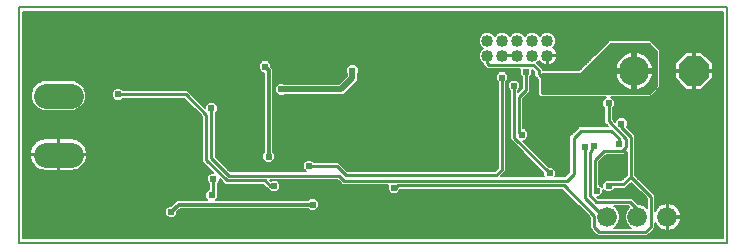
<source format=gbl>
G75*
%MOIN*%
%OFA0B0*%
%FSLAX25Y25*%
%IPPOS*%
%LPD*%
%AMOC8*
5,1,8,0,0,1.08239X$1,22.5*
%
%ADD10C,0.00600*%
%ADD11C,0.04000*%
%ADD12C,0.06600*%
%ADD13C,0.10000*%
%ADD14OC8,0.10000*%
%ADD15C,0.08268*%
%ADD16C,0.02400*%
%ADD17C,0.01000*%
%ADD18C,0.01200*%
%ADD19C,0.02000*%
D10*
X0035050Y0071300D02*
X0271270Y0071300D01*
X0271270Y0150040D01*
X0035050Y0150040D01*
X0035050Y0071300D01*
X0036650Y0072900D02*
X0036650Y0148440D01*
X0269670Y0148440D01*
X0269670Y0072900D01*
X0036650Y0072900D01*
X0036650Y0073096D02*
X0269670Y0073096D01*
X0269670Y0073694D02*
X0244611Y0073694D01*
X0244492Y0073575D02*
X0246330Y0075413D01*
X0247150Y0076233D01*
X0247150Y0078062D01*
X0247366Y0077639D01*
X0247791Y0077053D01*
X0248303Y0076541D01*
X0248889Y0076116D01*
X0249534Y0075787D01*
X0250223Y0075563D01*
X0250938Y0075450D01*
X0251000Y0075450D01*
X0251000Y0079750D01*
X0251600Y0079750D01*
X0251600Y0080350D01*
X0251000Y0080350D01*
X0251000Y0084650D01*
X0250938Y0084650D01*
X0250223Y0084537D01*
X0249534Y0084313D01*
X0248889Y0083984D01*
X0248303Y0083559D01*
X0247791Y0083047D01*
X0247366Y0082461D01*
X0247150Y0082038D01*
X0247150Y0087352D01*
X0240493Y0094010D01*
X0240493Y0107363D01*
X0237825Y0110030D01*
X0238037Y0110243D01*
X0238037Y0111982D01*
X0236807Y0113212D01*
X0235068Y0113212D01*
X0233837Y0111982D01*
X0233837Y0111755D01*
X0233062Y0112530D01*
X0233062Y0116280D01*
X0233762Y0116980D01*
X0233762Y0118720D01*
X0232582Y0119900D01*
X0245630Y0119900D01*
X0246450Y0120720D01*
X0248950Y0123220D01*
X0248950Y0135630D01*
X0248130Y0136450D01*
X0245630Y0138950D01*
X0231970Y0138950D01*
X0231150Y0138130D01*
X0221970Y0128950D01*
X0209787Y0128950D01*
X0209787Y0129442D01*
X0208967Y0130262D01*
X0207904Y0131326D01*
X0207943Y0131341D01*
X0208561Y0131960D01*
X0208737Y0131696D01*
X0209196Y0131237D01*
X0209737Y0130876D01*
X0210337Y0130627D01*
X0210975Y0130500D01*
X0211100Y0130500D01*
X0211100Y0133600D01*
X0211500Y0133600D01*
X0211500Y0134000D01*
X0214600Y0134000D01*
X0214600Y0134125D01*
X0214473Y0134763D01*
X0214224Y0135363D01*
X0213863Y0135904D01*
X0213404Y0136363D01*
X0213140Y0136539D01*
X0213758Y0137157D01*
X0214200Y0138223D01*
X0214200Y0139377D01*
X0213758Y0140443D01*
X0212943Y0141258D01*
X0211877Y0141700D01*
X0210723Y0141700D01*
X0209657Y0141258D01*
X0208841Y0140443D01*
X0208800Y0140342D01*
X0208758Y0140443D01*
X0207943Y0141258D01*
X0206877Y0141700D01*
X0205723Y0141700D01*
X0204657Y0141258D01*
X0203841Y0140443D01*
X0203800Y0140342D01*
X0203758Y0140443D01*
X0202943Y0141258D01*
X0201877Y0141700D01*
X0200723Y0141700D01*
X0199657Y0141258D01*
X0198841Y0140443D01*
X0198800Y0140342D01*
X0198758Y0140443D01*
X0197943Y0141258D01*
X0196877Y0141700D01*
X0195723Y0141700D01*
X0194657Y0141258D01*
X0193841Y0140443D01*
X0193800Y0140342D01*
X0193758Y0140443D01*
X0192943Y0141258D01*
X0191877Y0141700D01*
X0190723Y0141700D01*
X0189657Y0141258D01*
X0188841Y0140443D01*
X0188400Y0139377D01*
X0188400Y0138223D01*
X0188841Y0137157D01*
X0189657Y0136341D01*
X0189757Y0136300D01*
X0189657Y0136258D01*
X0188841Y0135443D01*
X0188400Y0134377D01*
X0188400Y0133223D01*
X0188841Y0132157D01*
X0189657Y0131341D01*
X0189900Y0131241D01*
X0189900Y0130683D01*
X0191283Y0129300D01*
X0202168Y0129300D01*
X0202000Y0129132D01*
X0202000Y0127393D01*
X0202700Y0126693D01*
X0202700Y0122908D01*
X0201590Y0121798D01*
X0201590Y0122170D01*
X0202290Y0122870D01*
X0202290Y0124610D01*
X0201060Y0125840D01*
X0199320Y0125840D01*
X0198090Y0124610D01*
X0198090Y0122870D01*
X0198790Y0122170D01*
X0198790Y0105867D01*
X0209962Y0094695D01*
X0209962Y0093705D01*
X0210143Y0093525D01*
X0195842Y0093525D01*
X0197537Y0095220D01*
X0197537Y0124855D01*
X0198237Y0125555D01*
X0198237Y0127295D01*
X0197007Y0128525D01*
X0195268Y0128525D01*
X0194037Y0127295D01*
X0194037Y0125555D01*
X0194737Y0124855D01*
X0194737Y0096380D01*
X0193720Y0095362D01*
X0144655Y0095362D01*
X0141592Y0098425D01*
X0133395Y0098425D01*
X0132695Y0099125D01*
X0130955Y0099125D01*
X0129725Y0097895D01*
X0129725Y0096155D01*
X0130680Y0095200D01*
X0105630Y0095200D01*
X0100698Y0100131D01*
X0100698Y0114730D01*
X0101398Y0115430D01*
X0101398Y0117170D01*
X0100168Y0118400D01*
X0098429Y0118400D01*
X0097198Y0117170D01*
X0097198Y0116481D01*
X0092187Y0121492D01*
X0091367Y0122312D01*
X0069695Y0122312D01*
X0068995Y0123012D01*
X0067255Y0123012D01*
X0066025Y0121782D01*
X0066025Y0120043D01*
X0067255Y0118812D01*
X0068995Y0118812D01*
X0069695Y0119512D01*
X0090208Y0119512D01*
X0096125Y0113595D01*
X0096125Y0098482D01*
X0096945Y0097662D01*
X0099770Y0094837D01*
X0099105Y0094837D01*
X0097875Y0093607D01*
X0097875Y0091868D01*
X0098575Y0091168D01*
X0098575Y0089325D01*
X0098493Y0089325D01*
X0097262Y0088095D01*
X0097262Y0086355D01*
X0097955Y0085662D01*
X0087716Y0085662D01*
X0085866Y0083812D01*
X0085018Y0083812D01*
X0083788Y0082582D01*
X0083788Y0080843D01*
X0085018Y0079613D01*
X0086757Y0079613D01*
X0087987Y0080843D01*
X0087987Y0081691D01*
X0088959Y0082663D01*
X0131580Y0082663D01*
X0132180Y0082063D01*
X0133920Y0082063D01*
X0135150Y0083293D01*
X0135150Y0085032D01*
X0133920Y0086262D01*
X0132180Y0086262D01*
X0131580Y0085662D01*
X0100770Y0085662D01*
X0101462Y0086355D01*
X0101462Y0088095D01*
X0101375Y0088182D01*
X0101375Y0091168D01*
X0102075Y0091868D01*
X0102075Y0092532D01*
X0103807Y0090800D01*
X0116470Y0090800D01*
X0118383Y0088887D01*
X0118618Y0088887D01*
X0119318Y0088187D01*
X0121057Y0088187D01*
X0122287Y0089418D01*
X0122287Y0091157D01*
X0121057Y0092387D01*
X0119318Y0092387D01*
X0119080Y0092150D01*
X0118830Y0092400D01*
X0141208Y0092400D01*
X0142063Y0091545D01*
X0142883Y0090725D01*
X0158111Y0090725D01*
X0158081Y0090695D01*
X0158081Y0088955D01*
X0159311Y0087725D01*
X0161051Y0087725D01*
X0162281Y0088955D01*
X0162281Y0089125D01*
X0216145Y0089125D01*
X0225362Y0079908D01*
X0225362Y0076233D01*
X0227200Y0074395D01*
X0228020Y0073575D01*
X0244492Y0073575D01*
X0245210Y0074293D02*
X0269670Y0074293D01*
X0269670Y0074891D02*
X0245808Y0074891D01*
X0246407Y0075490D02*
X0250688Y0075490D01*
X0251000Y0075490D02*
X0251600Y0075490D01*
X0251600Y0075450D02*
X0251662Y0075450D01*
X0252377Y0075563D01*
X0253066Y0075787D01*
X0253711Y0076116D01*
X0254297Y0076541D01*
X0254809Y0077053D01*
X0255234Y0077639D01*
X0255563Y0078284D01*
X0255787Y0078973D01*
X0255900Y0079688D01*
X0255900Y0079750D01*
X0251600Y0079750D01*
X0251600Y0075450D01*
X0251912Y0075490D02*
X0269670Y0075490D01*
X0269670Y0076088D02*
X0253657Y0076088D01*
X0254442Y0076687D02*
X0269670Y0076687D01*
X0269670Y0077285D02*
X0254977Y0077285D01*
X0255359Y0077884D02*
X0269670Y0077884D01*
X0269670Y0078482D02*
X0255627Y0078482D01*
X0255804Y0079081D02*
X0269670Y0079081D01*
X0269670Y0079679D02*
X0255899Y0079679D01*
X0255900Y0080350D02*
X0251600Y0080350D01*
X0251600Y0084650D01*
X0251662Y0084650D01*
X0252377Y0084537D01*
X0253066Y0084313D01*
X0253711Y0083984D01*
X0254297Y0083559D01*
X0254809Y0083047D01*
X0255234Y0082461D01*
X0255563Y0081816D01*
X0255787Y0081127D01*
X0255900Y0080412D01*
X0255900Y0080350D01*
X0255826Y0080876D02*
X0269670Y0080876D01*
X0269670Y0080278D02*
X0251600Y0080278D01*
X0251600Y0080876D02*
X0251000Y0080876D01*
X0251000Y0081475D02*
X0251600Y0081475D01*
X0251600Y0082073D02*
X0251000Y0082073D01*
X0251000Y0082672D02*
X0251600Y0082672D01*
X0251600Y0083270D02*
X0251000Y0083270D01*
X0251000Y0083869D02*
X0251600Y0083869D01*
X0251600Y0084467D02*
X0251000Y0084467D01*
X0250009Y0084467D02*
X0247150Y0084467D01*
X0247150Y0083869D02*
X0248730Y0083869D01*
X0248015Y0083270D02*
X0247150Y0083270D01*
X0247150Y0082672D02*
X0247519Y0082672D01*
X0247168Y0082073D02*
X0247150Y0082073D01*
X0244350Y0082940D02*
X0244350Y0086193D01*
X0239093Y0091450D01*
X0237142Y0089500D01*
X0233762Y0089500D01*
X0233762Y0089418D01*
X0232532Y0088187D01*
X0230793Y0088187D01*
X0229800Y0089180D01*
X0229800Y0087886D01*
X0228570Y0086656D01*
X0227924Y0086656D01*
X0228130Y0086450D01*
X0239380Y0086450D01*
X0241580Y0084250D01*
X0242135Y0084250D01*
X0243679Y0083611D01*
X0244350Y0082940D01*
X0244350Y0083270D02*
X0244019Y0083270D01*
X0244350Y0083869D02*
X0243056Y0083869D01*
X0244350Y0084467D02*
X0241363Y0084467D01*
X0240764Y0085066D02*
X0244350Y0085066D01*
X0244350Y0085664D02*
X0240166Y0085664D01*
X0239567Y0086263D02*
X0244280Y0086263D01*
X0243681Y0086861D02*
X0228775Y0086861D01*
X0229373Y0087460D02*
X0243083Y0087460D01*
X0242484Y0088058D02*
X0229800Y0088058D01*
X0229800Y0088657D02*
X0230323Y0088657D01*
X0229562Y0089864D02*
X0228570Y0090856D01*
X0228400Y0090856D01*
X0228400Y0098283D01*
X0230842Y0100725D01*
X0236725Y0100725D01*
X0237545Y0101545D01*
X0237693Y0101692D01*
X0237693Y0094010D01*
X0235983Y0092300D01*
X0232620Y0092300D01*
X0232532Y0092387D01*
X0230793Y0092387D01*
X0229562Y0091157D01*
X0229562Y0089864D01*
X0229562Y0090452D02*
X0228974Y0090452D01*
X0228400Y0091051D02*
X0229562Y0091051D01*
X0230055Y0091649D02*
X0228400Y0091649D01*
X0228400Y0092248D02*
X0230653Y0092248D01*
X0228400Y0092846D02*
X0236529Y0092846D01*
X0237128Y0093445D02*
X0228400Y0093445D01*
X0228400Y0094043D02*
X0237693Y0094043D01*
X0237693Y0094642D02*
X0228400Y0094642D01*
X0228400Y0095240D02*
X0237693Y0095240D01*
X0237693Y0095839D02*
X0228400Y0095839D01*
X0228400Y0096437D02*
X0237693Y0096437D01*
X0237693Y0097036D02*
X0228400Y0097036D01*
X0228400Y0097634D02*
X0237693Y0097634D01*
X0237693Y0098233D02*
X0228400Y0098233D01*
X0228949Y0098832D02*
X0237693Y0098832D01*
X0237693Y0099430D02*
X0229547Y0099430D01*
X0230146Y0100029D02*
X0237693Y0100029D01*
X0237693Y0100627D02*
X0230744Y0100627D01*
X0237226Y0101226D02*
X0237693Y0101226D01*
X0237545Y0101545D02*
X0237545Y0101545D01*
X0240493Y0101824D02*
X0269670Y0101824D01*
X0269670Y0101226D02*
X0240493Y0101226D01*
X0240493Y0100627D02*
X0269670Y0100627D01*
X0269670Y0100029D02*
X0240493Y0100029D01*
X0240493Y0099430D02*
X0269670Y0099430D01*
X0269670Y0098832D02*
X0240493Y0098832D01*
X0240493Y0098233D02*
X0269670Y0098233D01*
X0269670Y0097634D02*
X0240493Y0097634D01*
X0240493Y0097036D02*
X0269670Y0097036D01*
X0269670Y0096437D02*
X0240493Y0096437D01*
X0240493Y0095839D02*
X0269670Y0095839D01*
X0269670Y0095240D02*
X0240493Y0095240D01*
X0240493Y0094642D02*
X0269670Y0094642D01*
X0269670Y0094043D02*
X0240493Y0094043D01*
X0241058Y0093445D02*
X0269670Y0093445D01*
X0269670Y0092846D02*
X0241656Y0092846D01*
X0242255Y0092248D02*
X0269670Y0092248D01*
X0269670Y0091649D02*
X0242853Y0091649D01*
X0243452Y0091051D02*
X0269670Y0091051D01*
X0269670Y0090452D02*
X0244050Y0090452D01*
X0244649Y0089854D02*
X0269670Y0089854D01*
X0269670Y0089255D02*
X0245247Y0089255D01*
X0245846Y0088657D02*
X0269670Y0088657D01*
X0269670Y0088058D02*
X0246444Y0088058D01*
X0247043Y0087460D02*
X0269670Y0087460D01*
X0269670Y0086861D02*
X0247150Y0086861D01*
X0247150Y0086263D02*
X0269670Y0086263D01*
X0269670Y0085664D02*
X0247150Y0085664D01*
X0247150Y0085066D02*
X0269670Y0085066D01*
X0269670Y0084467D02*
X0252591Y0084467D01*
X0253870Y0083869D02*
X0269670Y0083869D01*
X0269670Y0083270D02*
X0254585Y0083270D01*
X0255081Y0082672D02*
X0269670Y0082672D01*
X0269670Y0082073D02*
X0255432Y0082073D01*
X0255674Y0081475D02*
X0269670Y0081475D01*
X0251600Y0079679D02*
X0251000Y0079679D01*
X0251000Y0079081D02*
X0251600Y0079081D01*
X0251600Y0078482D02*
X0251000Y0078482D01*
X0251000Y0077884D02*
X0251600Y0077884D01*
X0251600Y0077285D02*
X0251000Y0077285D01*
X0251000Y0076687D02*
X0251600Y0076687D01*
X0251600Y0076088D02*
X0251000Y0076088D01*
X0248943Y0076088D02*
X0247005Y0076088D01*
X0247150Y0076687D02*
X0248158Y0076687D01*
X0247623Y0077285D02*
X0247150Y0077285D01*
X0247150Y0077884D02*
X0247241Y0077884D01*
X0239197Y0076375D02*
X0233403Y0076375D01*
X0233679Y0076489D01*
X0234861Y0077671D01*
X0235500Y0079215D01*
X0235500Y0080885D01*
X0234861Y0082429D01*
X0233679Y0083611D01*
X0233584Y0083650D01*
X0238220Y0083650D01*
X0238590Y0083280D01*
X0237739Y0082429D01*
X0237100Y0080885D01*
X0237100Y0079215D01*
X0237739Y0077671D01*
X0238921Y0076489D01*
X0239197Y0076375D01*
X0238724Y0076687D02*
X0233876Y0076687D01*
X0234475Y0077285D02*
X0238125Y0077285D01*
X0237651Y0077884D02*
X0234949Y0077884D01*
X0235197Y0078482D02*
X0237403Y0078482D01*
X0237155Y0079081D02*
X0235445Y0079081D01*
X0235500Y0079679D02*
X0237100Y0079679D01*
X0237100Y0080278D02*
X0235500Y0080278D01*
X0235500Y0080876D02*
X0237100Y0080876D01*
X0237344Y0081475D02*
X0235256Y0081475D01*
X0235008Y0082073D02*
X0237592Y0082073D01*
X0237982Y0082672D02*
X0234618Y0082672D01*
X0234019Y0083270D02*
X0238581Y0083270D01*
X0241886Y0088657D02*
X0233002Y0088657D01*
X0233600Y0089255D02*
X0241287Y0089255D01*
X0240689Y0089854D02*
X0237496Y0089854D01*
X0238095Y0090452D02*
X0240090Y0090452D01*
X0239492Y0091051D02*
X0238693Y0091051D01*
X0223197Y0082073D02*
X0133931Y0082073D01*
X0134529Y0082672D02*
X0222598Y0082672D01*
X0222000Y0083270D02*
X0135128Y0083270D01*
X0135150Y0083869D02*
X0221401Y0083869D01*
X0220803Y0084467D02*
X0135150Y0084467D01*
X0135117Y0085066D02*
X0220204Y0085066D01*
X0219606Y0085664D02*
X0134518Y0085664D01*
X0131582Y0085664D02*
X0100772Y0085664D01*
X0101370Y0086263D02*
X0219007Y0086263D01*
X0218409Y0086861D02*
X0101462Y0086861D01*
X0101462Y0087460D02*
X0217810Y0087460D01*
X0217212Y0088058D02*
X0161384Y0088058D01*
X0161983Y0088657D02*
X0216613Y0088657D01*
X0217083Y0093525D02*
X0213982Y0093525D01*
X0214162Y0093705D01*
X0214162Y0095445D01*
X0212932Y0096675D01*
X0211942Y0096675D01*
X0203280Y0105337D01*
X0203745Y0105337D01*
X0204975Y0106568D01*
X0204975Y0108307D01*
X0203745Y0109537D01*
X0203190Y0109537D01*
X0203190Y0119438D01*
X0205500Y0121748D01*
X0205500Y0122908D01*
X0205500Y0126693D01*
X0206200Y0127393D01*
X0206200Y0129070D01*
X0206987Y0128283D01*
X0206987Y0127070D01*
X0208125Y0125933D01*
X0208125Y0120720D01*
X0208945Y0119900D01*
X0230743Y0119900D01*
X0229562Y0118720D01*
X0229562Y0116980D01*
X0230262Y0116280D01*
X0230262Y0111370D01*
X0231433Y0110200D01*
X0221970Y0110200D01*
X0221150Y0109380D01*
X0221150Y0109380D01*
X0218650Y0106880D01*
X0218650Y0095092D01*
X0217083Y0093525D01*
X0217601Y0094043D02*
X0214162Y0094043D01*
X0214162Y0094642D02*
X0218200Y0094642D01*
X0218650Y0095240D02*
X0214162Y0095240D01*
X0213768Y0095839D02*
X0218650Y0095839D01*
X0218650Y0096437D02*
X0213170Y0096437D01*
X0211581Y0097036D02*
X0218650Y0097036D01*
X0218650Y0097634D02*
X0210983Y0097634D01*
X0210384Y0098233D02*
X0218650Y0098233D01*
X0218650Y0098832D02*
X0209786Y0098832D01*
X0209187Y0099430D02*
X0218650Y0099430D01*
X0218650Y0100029D02*
X0208589Y0100029D01*
X0207990Y0100627D02*
X0218650Y0100627D01*
X0218650Y0101226D02*
X0207392Y0101226D01*
X0206793Y0101824D02*
X0218650Y0101824D01*
X0218650Y0102423D02*
X0206195Y0102423D01*
X0205596Y0103021D02*
X0218650Y0103021D01*
X0218650Y0103620D02*
X0204998Y0103620D01*
X0204399Y0104218D02*
X0218650Y0104218D01*
X0218650Y0104817D02*
X0203801Y0104817D01*
X0203822Y0105415D02*
X0218650Y0105415D01*
X0218650Y0106014D02*
X0204421Y0106014D01*
X0204975Y0106612D02*
X0218650Y0106612D01*
X0218981Y0107211D02*
X0204975Y0107211D01*
X0204975Y0107809D02*
X0219579Y0107809D01*
X0220178Y0108408D02*
X0204875Y0108408D01*
X0204276Y0109006D02*
X0220776Y0109006D01*
X0221375Y0109605D02*
X0203190Y0109605D01*
X0203190Y0110203D02*
X0231430Y0110203D01*
X0230831Y0110802D02*
X0203190Y0110802D01*
X0203190Y0111400D02*
X0230262Y0111400D01*
X0230262Y0111999D02*
X0203190Y0111999D01*
X0203190Y0112597D02*
X0230262Y0112597D01*
X0230262Y0113196D02*
X0203190Y0113196D01*
X0203190Y0113794D02*
X0230262Y0113794D01*
X0230262Y0114393D02*
X0203190Y0114393D01*
X0203190Y0114991D02*
X0230262Y0114991D01*
X0230262Y0115590D02*
X0203190Y0115590D01*
X0203190Y0116188D02*
X0230262Y0116188D01*
X0229756Y0116787D02*
X0203190Y0116787D01*
X0203190Y0117385D02*
X0229562Y0117385D01*
X0229562Y0117984D02*
X0203190Y0117984D01*
X0203190Y0118582D02*
X0229562Y0118582D01*
X0230024Y0119181D02*
X0203190Y0119181D01*
X0203532Y0119779D02*
X0230622Y0119779D01*
X0232703Y0119779D02*
X0269670Y0119779D01*
X0269670Y0119181D02*
X0233301Y0119181D01*
X0233762Y0118582D02*
X0269670Y0118582D01*
X0269670Y0117984D02*
X0233762Y0117984D01*
X0233762Y0117385D02*
X0269670Y0117385D01*
X0269670Y0116787D02*
X0233569Y0116787D01*
X0233062Y0116188D02*
X0269670Y0116188D01*
X0269670Y0115590D02*
X0233062Y0115590D01*
X0233062Y0114991D02*
X0269670Y0114991D01*
X0269670Y0114393D02*
X0233062Y0114393D01*
X0233062Y0113794D02*
X0269670Y0113794D01*
X0269670Y0113196D02*
X0236824Y0113196D01*
X0237423Y0112597D02*
X0269670Y0112597D01*
X0269670Y0111999D02*
X0238021Y0111999D01*
X0238037Y0111400D02*
X0269670Y0111400D01*
X0269670Y0110802D02*
X0238037Y0110802D01*
X0237998Y0110203D02*
X0269670Y0110203D01*
X0269670Y0109605D02*
X0238251Y0109605D01*
X0238849Y0109006D02*
X0269670Y0109006D01*
X0269670Y0108408D02*
X0239448Y0108408D01*
X0240046Y0107809D02*
X0269670Y0107809D01*
X0269670Y0107211D02*
X0240493Y0107211D01*
X0240493Y0106612D02*
X0269670Y0106612D01*
X0269670Y0106014D02*
X0240493Y0106014D01*
X0240493Y0105415D02*
X0269670Y0105415D01*
X0269670Y0104817D02*
X0240493Y0104817D01*
X0240493Y0104218D02*
X0269670Y0104218D01*
X0269670Y0103620D02*
X0240493Y0103620D01*
X0240493Y0103021D02*
X0269670Y0103021D01*
X0269670Y0102423D02*
X0240493Y0102423D01*
X0233854Y0111999D02*
X0233594Y0111999D01*
X0233062Y0112597D02*
X0234452Y0112597D01*
X0235051Y0113196D02*
X0233062Y0113196D01*
X0246108Y0120378D02*
X0269670Y0120378D01*
X0269670Y0120976D02*
X0246706Y0120976D01*
X0247305Y0121575D02*
X0269670Y0121575D01*
X0269670Y0122173D02*
X0247903Y0122173D01*
X0248502Y0122772D02*
X0257168Y0122772D01*
X0257440Y0122500D02*
X0259750Y0122500D01*
X0259750Y0128500D01*
X0260350Y0128500D01*
X0260350Y0129100D01*
X0266350Y0129100D01*
X0266350Y0131410D01*
X0262660Y0135100D01*
X0260350Y0135100D01*
X0260350Y0129100D01*
X0259750Y0129100D01*
X0259750Y0135100D01*
X0257440Y0135100D01*
X0253750Y0131410D01*
X0253750Y0129100D01*
X0259750Y0129100D01*
X0259750Y0128500D01*
X0253750Y0128500D01*
X0253750Y0126190D01*
X0257440Y0122500D01*
X0256570Y0123370D02*
X0248950Y0123370D01*
X0248950Y0123969D02*
X0255971Y0123969D01*
X0255373Y0124568D02*
X0248950Y0124568D01*
X0248950Y0125166D02*
X0254774Y0125166D01*
X0254176Y0125765D02*
X0248950Y0125765D01*
X0248950Y0126363D02*
X0253750Y0126363D01*
X0253750Y0126962D02*
X0248950Y0126962D01*
X0248950Y0127560D02*
X0253750Y0127560D01*
X0253750Y0128159D02*
X0248950Y0128159D01*
X0248950Y0128757D02*
X0259750Y0128757D01*
X0259750Y0128159D02*
X0260350Y0128159D01*
X0260350Y0128500D02*
X0260350Y0122500D01*
X0262660Y0122500D01*
X0266350Y0126190D01*
X0266350Y0128500D01*
X0260350Y0128500D01*
X0260350Y0128757D02*
X0269670Y0128757D01*
X0269670Y0128159D02*
X0266350Y0128159D01*
X0266350Y0127560D02*
X0269670Y0127560D01*
X0269670Y0126962D02*
X0266350Y0126962D01*
X0266350Y0126363D02*
X0269670Y0126363D01*
X0269670Y0125765D02*
X0265924Y0125765D01*
X0265326Y0125166D02*
X0269670Y0125166D01*
X0269670Y0124568D02*
X0264727Y0124568D01*
X0264129Y0123969D02*
X0269670Y0123969D01*
X0269670Y0123370D02*
X0263530Y0123370D01*
X0262932Y0122772D02*
X0269670Y0122772D01*
X0260350Y0122772D02*
X0259750Y0122772D01*
X0259750Y0123370D02*
X0260350Y0123370D01*
X0260350Y0123969D02*
X0259750Y0123969D01*
X0259750Y0124568D02*
X0260350Y0124568D01*
X0260350Y0125166D02*
X0259750Y0125166D01*
X0259750Y0125765D02*
X0260350Y0125765D01*
X0260350Y0126363D02*
X0259750Y0126363D01*
X0259750Y0126962D02*
X0260350Y0126962D01*
X0260350Y0127560D02*
X0259750Y0127560D01*
X0259750Y0129356D02*
X0260350Y0129356D01*
X0260350Y0129954D02*
X0259750Y0129954D01*
X0259750Y0130553D02*
X0260350Y0130553D01*
X0260350Y0131151D02*
X0259750Y0131151D01*
X0259750Y0131750D02*
X0260350Y0131750D01*
X0260350Y0132348D02*
X0259750Y0132348D01*
X0259750Y0132947D02*
X0260350Y0132947D01*
X0260350Y0133545D02*
X0259750Y0133545D01*
X0259750Y0134144D02*
X0260350Y0134144D01*
X0260350Y0134742D02*
X0259750Y0134742D01*
X0257083Y0134742D02*
X0248950Y0134742D01*
X0248950Y0134144D02*
X0256484Y0134144D01*
X0255886Y0133545D02*
X0248950Y0133545D01*
X0248950Y0132947D02*
X0255287Y0132947D01*
X0254689Y0132348D02*
X0248950Y0132348D01*
X0248950Y0131750D02*
X0254090Y0131750D01*
X0253750Y0131151D02*
X0248950Y0131151D01*
X0248950Y0130553D02*
X0253750Y0130553D01*
X0253750Y0129954D02*
X0248950Y0129954D01*
X0248950Y0129356D02*
X0253750Y0129356D01*
X0263017Y0134742D02*
X0269670Y0134742D01*
X0269670Y0134144D02*
X0263616Y0134144D01*
X0264214Y0133545D02*
X0269670Y0133545D01*
X0269670Y0132947D02*
X0264813Y0132947D01*
X0265411Y0132348D02*
X0269670Y0132348D01*
X0269670Y0131750D02*
X0266010Y0131750D01*
X0266350Y0131151D02*
X0269670Y0131151D01*
X0269670Y0130553D02*
X0266350Y0130553D01*
X0266350Y0129954D02*
X0269670Y0129954D01*
X0269670Y0129356D02*
X0266350Y0129356D01*
X0269670Y0135341D02*
X0248950Y0135341D01*
X0248641Y0135939D02*
X0269670Y0135939D01*
X0269670Y0136538D02*
X0248042Y0136538D01*
X0247444Y0137136D02*
X0269670Y0137136D01*
X0269670Y0137735D02*
X0246845Y0137735D01*
X0246247Y0138333D02*
X0269670Y0138333D01*
X0269670Y0138932D02*
X0245648Y0138932D01*
X0231952Y0138932D02*
X0214200Y0138932D01*
X0214200Y0138333D02*
X0231353Y0138333D01*
X0230755Y0137735D02*
X0213998Y0137735D01*
X0213737Y0137136D02*
X0230156Y0137136D01*
X0229558Y0136538D02*
X0213143Y0136538D01*
X0213828Y0135939D02*
X0228959Y0135939D01*
X0228361Y0135341D02*
X0214234Y0135341D01*
X0214477Y0134742D02*
X0227762Y0134742D01*
X0227164Y0134144D02*
X0214596Y0134144D01*
X0214600Y0133600D02*
X0211500Y0133600D01*
X0211500Y0130500D01*
X0211625Y0130500D01*
X0212263Y0130627D01*
X0212863Y0130876D01*
X0213404Y0131237D01*
X0213863Y0131696D01*
X0214224Y0132237D01*
X0214473Y0132837D01*
X0214600Y0133475D01*
X0214600Y0133600D01*
X0214600Y0133545D02*
X0226565Y0133545D01*
X0225967Y0132947D02*
X0214495Y0132947D01*
X0214270Y0132348D02*
X0225368Y0132348D01*
X0224770Y0131750D02*
X0213899Y0131750D01*
X0213276Y0131151D02*
X0224171Y0131151D01*
X0223573Y0130553D02*
X0211890Y0130553D01*
X0211500Y0130553D02*
X0211100Y0130553D01*
X0210710Y0130553D02*
X0208677Y0130553D01*
X0208079Y0131151D02*
X0209324Y0131151D01*
X0208701Y0131750D02*
X0208351Y0131750D01*
X0209276Y0129954D02*
X0222974Y0129954D01*
X0222376Y0129356D02*
X0209787Y0129356D01*
X0211100Y0131151D02*
X0211500Y0131151D01*
X0211500Y0131750D02*
X0211100Y0131750D01*
X0211100Y0132348D02*
X0211500Y0132348D01*
X0211500Y0132947D02*
X0211100Y0132947D01*
X0211100Y0133545D02*
X0211500Y0133545D01*
X0206513Y0128757D02*
X0206200Y0128757D01*
X0206200Y0128159D02*
X0206987Y0128159D01*
X0206987Y0127560D02*
X0206200Y0127560D01*
X0205769Y0126962D02*
X0207096Y0126962D01*
X0207695Y0126363D02*
X0205500Y0126363D01*
X0205500Y0125765D02*
X0208125Y0125765D01*
X0208125Y0125166D02*
X0205500Y0125166D01*
X0205500Y0124568D02*
X0208125Y0124568D01*
X0208125Y0123969D02*
X0205500Y0123969D01*
X0205500Y0123370D02*
X0208125Y0123370D01*
X0208125Y0122772D02*
X0205500Y0122772D01*
X0205500Y0122173D02*
X0208125Y0122173D01*
X0208125Y0121575D02*
X0205327Y0121575D01*
X0204729Y0120976D02*
X0208125Y0120976D01*
X0208467Y0120378D02*
X0204130Y0120378D01*
X0201966Y0122173D02*
X0201593Y0122173D01*
X0202192Y0122772D02*
X0202564Y0122772D01*
X0202700Y0123370D02*
X0202290Y0123370D01*
X0202290Y0123969D02*
X0202700Y0123969D01*
X0202700Y0124568D02*
X0202290Y0124568D01*
X0202700Y0125166D02*
X0201735Y0125166D01*
X0201136Y0125765D02*
X0202700Y0125765D01*
X0202700Y0126363D02*
X0198237Y0126363D01*
X0198237Y0125765D02*
X0199245Y0125765D01*
X0198646Y0125166D02*
X0197848Y0125166D01*
X0198090Y0124568D02*
X0197537Y0124568D01*
X0197537Y0123969D02*
X0198090Y0123969D01*
X0198090Y0123370D02*
X0197537Y0123370D01*
X0197537Y0122772D02*
X0198189Y0122772D01*
X0198787Y0122173D02*
X0197537Y0122173D01*
X0197537Y0121575D02*
X0198790Y0121575D01*
X0198790Y0120976D02*
X0197537Y0120976D01*
X0197537Y0120378D02*
X0198790Y0120378D01*
X0198790Y0119779D02*
X0197537Y0119779D01*
X0197537Y0119181D02*
X0198790Y0119181D01*
X0198790Y0118582D02*
X0197537Y0118582D01*
X0197537Y0117984D02*
X0198790Y0117984D01*
X0198790Y0117385D02*
X0197537Y0117385D01*
X0197537Y0116787D02*
X0198790Y0116787D01*
X0198790Y0116188D02*
X0197537Y0116188D01*
X0197537Y0115590D02*
X0198790Y0115590D01*
X0198790Y0114991D02*
X0197537Y0114991D01*
X0197537Y0114393D02*
X0198790Y0114393D01*
X0198790Y0113794D02*
X0197537Y0113794D01*
X0197537Y0113196D02*
X0198790Y0113196D01*
X0198790Y0112597D02*
X0197537Y0112597D01*
X0197537Y0111999D02*
X0198790Y0111999D01*
X0198790Y0111400D02*
X0197537Y0111400D01*
X0197537Y0110802D02*
X0198790Y0110802D01*
X0198790Y0110203D02*
X0197537Y0110203D01*
X0197537Y0109605D02*
X0198790Y0109605D01*
X0198790Y0109006D02*
X0197537Y0109006D01*
X0197537Y0108408D02*
X0198790Y0108408D01*
X0198790Y0107809D02*
X0197537Y0107809D01*
X0197537Y0107211D02*
X0198790Y0107211D01*
X0198790Y0106612D02*
X0197537Y0106612D01*
X0197537Y0106014D02*
X0198790Y0106014D01*
X0199242Y0105415D02*
X0197537Y0105415D01*
X0197537Y0104817D02*
X0199841Y0104817D01*
X0200439Y0104218D02*
X0197537Y0104218D01*
X0197537Y0103620D02*
X0201038Y0103620D01*
X0201636Y0103021D02*
X0197537Y0103021D01*
X0197537Y0102423D02*
X0202235Y0102423D01*
X0202834Y0101824D02*
X0197537Y0101824D01*
X0197537Y0101226D02*
X0203432Y0101226D01*
X0204031Y0100627D02*
X0197537Y0100627D01*
X0197537Y0100029D02*
X0204629Y0100029D01*
X0205228Y0099430D02*
X0197537Y0099430D01*
X0197537Y0098832D02*
X0205826Y0098832D01*
X0206425Y0098233D02*
X0197537Y0098233D01*
X0197537Y0097634D02*
X0207023Y0097634D01*
X0207622Y0097036D02*
X0197537Y0097036D01*
X0197537Y0096437D02*
X0208220Y0096437D01*
X0208819Y0095839D02*
X0197537Y0095839D01*
X0197537Y0095240D02*
X0209417Y0095240D01*
X0209962Y0094642D02*
X0196959Y0094642D01*
X0196361Y0094043D02*
X0209962Y0094043D01*
X0194737Y0096437D02*
X0143580Y0096437D01*
X0144178Y0095839D02*
X0194197Y0095839D01*
X0194737Y0097036D02*
X0142981Y0097036D01*
X0142383Y0097634D02*
X0194737Y0097634D01*
X0194737Y0098233D02*
X0141784Y0098233D01*
X0141360Y0092248D02*
X0121197Y0092248D01*
X0121795Y0091649D02*
X0141958Y0091649D01*
X0142063Y0091545D02*
X0142063Y0091545D01*
X0142557Y0091051D02*
X0122287Y0091051D01*
X0122287Y0090452D02*
X0158081Y0090452D01*
X0158081Y0089854D02*
X0122287Y0089854D01*
X0122125Y0089255D02*
X0158081Y0089255D01*
X0158379Y0088657D02*
X0121527Y0088657D01*
X0118848Y0088657D02*
X0101375Y0088657D01*
X0101375Y0089255D02*
X0118015Y0089255D01*
X0117416Y0089854D02*
X0101375Y0089854D01*
X0101375Y0090452D02*
X0116818Y0090452D01*
X0118982Y0092248D02*
X0119178Y0092248D01*
X0119220Y0097987D02*
X0120450Y0099218D01*
X0120450Y0100957D01*
X0119850Y0101557D01*
X0119850Y0129496D01*
X0119225Y0130121D01*
X0119225Y0130970D01*
X0117995Y0132200D01*
X0116255Y0132200D01*
X0115025Y0130970D01*
X0115025Y0129230D01*
X0116255Y0128000D01*
X0116850Y0128000D01*
X0116850Y0101557D01*
X0116250Y0100957D01*
X0116250Y0099218D01*
X0117480Y0097987D01*
X0119220Y0097987D01*
X0119465Y0098233D02*
X0130063Y0098233D01*
X0129725Y0097634D02*
X0103195Y0097634D01*
X0103794Y0097036D02*
X0129725Y0097036D01*
X0129725Y0096437D02*
X0104392Y0096437D01*
X0104991Y0095839D02*
X0130041Y0095839D01*
X0130640Y0095240D02*
X0105589Y0095240D01*
X0102597Y0098233D02*
X0117235Y0098233D01*
X0116636Y0098832D02*
X0101998Y0098832D01*
X0101400Y0099430D02*
X0116250Y0099430D01*
X0116250Y0100029D02*
X0100801Y0100029D01*
X0100698Y0100627D02*
X0116250Y0100627D01*
X0116518Y0101226D02*
X0100698Y0101226D01*
X0100698Y0101824D02*
X0116850Y0101824D01*
X0116850Y0102423D02*
X0100698Y0102423D01*
X0100698Y0103021D02*
X0116850Y0103021D01*
X0116850Y0103620D02*
X0100698Y0103620D01*
X0100698Y0104218D02*
X0116850Y0104218D01*
X0116850Y0104817D02*
X0100698Y0104817D01*
X0100698Y0105415D02*
X0116850Y0105415D01*
X0116850Y0106014D02*
X0100698Y0106014D01*
X0100698Y0106612D02*
X0116850Y0106612D01*
X0116850Y0107211D02*
X0100698Y0107211D01*
X0100698Y0107809D02*
X0116850Y0107809D01*
X0116850Y0108408D02*
X0100698Y0108408D01*
X0100698Y0109006D02*
X0116850Y0109006D01*
X0116850Y0109605D02*
X0100698Y0109605D01*
X0100698Y0110203D02*
X0116850Y0110203D01*
X0116850Y0110802D02*
X0100698Y0110802D01*
X0100698Y0111400D02*
X0116850Y0111400D01*
X0116850Y0111999D02*
X0100698Y0111999D01*
X0100698Y0112597D02*
X0116850Y0112597D01*
X0116850Y0113196D02*
X0100698Y0113196D01*
X0100698Y0113794D02*
X0116850Y0113794D01*
X0116850Y0114393D02*
X0100698Y0114393D01*
X0100960Y0114991D02*
X0116850Y0114991D01*
X0116850Y0115590D02*
X0101398Y0115590D01*
X0101398Y0116188D02*
X0116850Y0116188D01*
X0116850Y0116787D02*
X0101398Y0116787D01*
X0101183Y0117385D02*
X0116850Y0117385D01*
X0116850Y0117984D02*
X0100584Y0117984D01*
X0098012Y0117984D02*
X0095696Y0117984D01*
X0095097Y0118582D02*
X0116850Y0118582D01*
X0116850Y0119181D02*
X0094499Y0119181D01*
X0093900Y0119779D02*
X0116850Y0119779D01*
X0116850Y0120378D02*
X0093302Y0120378D01*
X0092703Y0120976D02*
X0116850Y0120976D01*
X0116850Y0121575D02*
X0092105Y0121575D01*
X0091506Y0122173D02*
X0116850Y0122173D01*
X0116850Y0122772D02*
X0069235Y0122772D01*
X0067015Y0122772D02*
X0056945Y0122772D01*
X0056699Y0123364D02*
X0055283Y0124780D01*
X0053433Y0125546D01*
X0043163Y0125546D01*
X0041313Y0124780D01*
X0039897Y0123364D01*
X0039130Y0121514D01*
X0039130Y0119511D01*
X0039897Y0117661D01*
X0041313Y0116245D01*
X0043163Y0115479D01*
X0053433Y0115479D01*
X0055283Y0116245D01*
X0056699Y0117661D01*
X0057466Y0119511D01*
X0057466Y0121514D01*
X0056699Y0123364D01*
X0056693Y0123370D02*
X0116850Y0123370D01*
X0116850Y0123969D02*
X0056094Y0123969D01*
X0055496Y0124568D02*
X0116850Y0124568D01*
X0116850Y0125166D02*
X0054352Y0125166D01*
X0057193Y0122173D02*
X0066416Y0122173D01*
X0066025Y0121575D02*
X0057440Y0121575D01*
X0057466Y0120976D02*
X0066025Y0120976D01*
X0066025Y0120378D02*
X0057466Y0120378D01*
X0057466Y0119779D02*
X0066288Y0119779D01*
X0066887Y0119181D02*
X0057329Y0119181D01*
X0057081Y0118582D02*
X0091138Y0118582D01*
X0091736Y0117984D02*
X0056833Y0117984D01*
X0056424Y0117385D02*
X0092335Y0117385D01*
X0092933Y0116787D02*
X0055825Y0116787D01*
X0055146Y0116188D02*
X0093532Y0116188D01*
X0094130Y0115590D02*
X0053701Y0115590D01*
X0042895Y0115590D02*
X0036650Y0115590D01*
X0036650Y0116188D02*
X0041450Y0116188D01*
X0040771Y0116787D02*
X0036650Y0116787D01*
X0036650Y0117385D02*
X0040172Y0117385D01*
X0039763Y0117984D02*
X0036650Y0117984D01*
X0036650Y0118582D02*
X0039515Y0118582D01*
X0039267Y0119181D02*
X0036650Y0119181D01*
X0036650Y0119779D02*
X0039130Y0119779D01*
X0039130Y0120378D02*
X0036650Y0120378D01*
X0036650Y0120976D02*
X0039130Y0120976D01*
X0039156Y0121575D02*
X0036650Y0121575D01*
X0036650Y0122173D02*
X0039404Y0122173D01*
X0039651Y0122772D02*
X0036650Y0122772D01*
X0036650Y0123370D02*
X0039903Y0123370D01*
X0040502Y0123969D02*
X0036650Y0123969D01*
X0036650Y0124568D02*
X0041100Y0124568D01*
X0042244Y0125166D02*
X0036650Y0125166D01*
X0036650Y0125765D02*
X0116850Y0125765D01*
X0116850Y0126363D02*
X0036650Y0126363D01*
X0036650Y0126962D02*
X0116850Y0126962D01*
X0116850Y0127560D02*
X0036650Y0127560D01*
X0036650Y0128159D02*
X0116097Y0128159D01*
X0115498Y0128757D02*
X0036650Y0128757D01*
X0036650Y0129356D02*
X0115025Y0129356D01*
X0115025Y0129954D02*
X0036650Y0129954D01*
X0036650Y0130553D02*
X0115025Y0130553D01*
X0115206Y0131151D02*
X0036650Y0131151D01*
X0036650Y0131750D02*
X0115805Y0131750D01*
X0118445Y0131750D02*
X0189249Y0131750D01*
X0188762Y0132348D02*
X0036650Y0132348D01*
X0036650Y0132947D02*
X0188515Y0132947D01*
X0188400Y0133545D02*
X0036650Y0133545D01*
X0036650Y0134144D02*
X0188400Y0134144D01*
X0188551Y0134742D02*
X0036650Y0134742D01*
X0036650Y0135341D02*
X0188799Y0135341D01*
X0189338Y0135939D02*
X0036650Y0135939D01*
X0036650Y0136538D02*
X0189461Y0136538D01*
X0188863Y0137136D02*
X0036650Y0137136D01*
X0036650Y0137735D02*
X0188602Y0137735D01*
X0188400Y0138333D02*
X0036650Y0138333D01*
X0036650Y0138932D02*
X0188400Y0138932D01*
X0188464Y0139530D02*
X0036650Y0139530D01*
X0036650Y0140129D02*
X0188711Y0140129D01*
X0189126Y0140727D02*
X0036650Y0140727D01*
X0036650Y0141326D02*
X0189820Y0141326D01*
X0192780Y0141326D02*
X0194820Y0141326D01*
X0194126Y0140727D02*
X0193474Y0140727D01*
X0197780Y0141326D02*
X0199820Y0141326D01*
X0199126Y0140727D02*
X0198474Y0140727D01*
X0202780Y0141326D02*
X0204820Y0141326D01*
X0204126Y0140727D02*
X0203474Y0140727D01*
X0207780Y0141326D02*
X0209820Y0141326D01*
X0209126Y0140727D02*
X0208474Y0140727D01*
X0212780Y0141326D02*
X0269670Y0141326D01*
X0269670Y0141924D02*
X0036650Y0141924D01*
X0036650Y0142523D02*
X0269670Y0142523D01*
X0269670Y0143121D02*
X0036650Y0143121D01*
X0036650Y0143720D02*
X0269670Y0143720D01*
X0269670Y0144318D02*
X0036650Y0144318D01*
X0036650Y0144917D02*
X0269670Y0144917D01*
X0269670Y0145515D02*
X0036650Y0145515D01*
X0036650Y0146114D02*
X0269670Y0146114D01*
X0269670Y0146712D02*
X0036650Y0146712D01*
X0036650Y0147311D02*
X0269670Y0147311D01*
X0269670Y0147909D02*
X0036650Y0147909D01*
X0069363Y0119181D02*
X0090539Y0119181D01*
X0094729Y0114991D02*
X0036650Y0114991D01*
X0036650Y0114393D02*
X0095327Y0114393D01*
X0095926Y0113794D02*
X0036650Y0113794D01*
X0036650Y0113196D02*
X0096125Y0113196D01*
X0096125Y0112597D02*
X0036650Y0112597D01*
X0036650Y0111999D02*
X0096125Y0111999D01*
X0096125Y0111400D02*
X0036650Y0111400D01*
X0036650Y0110802D02*
X0096125Y0110802D01*
X0096125Y0110203D02*
X0036650Y0110203D01*
X0036650Y0109605D02*
X0096125Y0109605D01*
X0096125Y0109006D02*
X0036650Y0109006D01*
X0036650Y0108408D02*
X0096125Y0108408D01*
X0096125Y0107809D02*
X0036650Y0107809D01*
X0036650Y0107211D02*
X0096125Y0107211D01*
X0096125Y0106612D02*
X0036650Y0106612D01*
X0036650Y0106014D02*
X0042541Y0106014D01*
X0042892Y0106128D02*
X0042078Y0105863D01*
X0041316Y0105475D01*
X0040624Y0104972D01*
X0040019Y0104367D01*
X0039517Y0103676D01*
X0039128Y0102913D01*
X0038864Y0102100D01*
X0038730Y0101255D01*
X0038730Y0101128D01*
X0047998Y0101128D01*
X0047998Y0106261D01*
X0043737Y0106261D01*
X0042892Y0106128D01*
X0041234Y0105415D02*
X0036650Y0105415D01*
X0036650Y0104817D02*
X0040469Y0104817D01*
X0039911Y0104218D02*
X0036650Y0104218D01*
X0036650Y0103620D02*
X0039488Y0103620D01*
X0039183Y0103021D02*
X0036650Y0103021D01*
X0036650Y0102423D02*
X0038969Y0102423D01*
X0038820Y0101824D02*
X0036650Y0101824D01*
X0036650Y0101226D02*
X0038730Y0101226D01*
X0038730Y0100528D02*
X0038730Y0100400D01*
X0038864Y0099555D01*
X0039128Y0098742D01*
X0039517Y0097980D01*
X0040019Y0097288D01*
X0040624Y0096683D01*
X0041316Y0096180D01*
X0042078Y0095792D01*
X0042892Y0095527D01*
X0043737Y0095394D01*
X0047998Y0095394D01*
X0047998Y0100527D01*
X0048598Y0100527D01*
X0048598Y0095394D01*
X0052860Y0095394D01*
X0053704Y0095527D01*
X0054518Y0095792D01*
X0055280Y0096180D01*
X0055972Y0096683D01*
X0056577Y0097288D01*
X0057079Y0097980D01*
X0057468Y0098742D01*
X0057732Y0099555D01*
X0057866Y0100400D01*
X0057866Y0100528D01*
X0048598Y0100528D01*
X0048598Y0101128D01*
X0047998Y0101128D01*
X0047998Y0100528D01*
X0038730Y0100528D01*
X0038789Y0100029D02*
X0036650Y0100029D01*
X0036650Y0100627D02*
X0047998Y0100627D01*
X0047998Y0100029D02*
X0048598Y0100029D01*
X0048598Y0100627D02*
X0096125Y0100627D01*
X0096125Y0100029D02*
X0057807Y0100029D01*
X0057691Y0099430D02*
X0096125Y0099430D01*
X0096125Y0098832D02*
X0057497Y0098832D01*
X0057208Y0098233D02*
X0096374Y0098233D01*
X0096973Y0097634D02*
X0056829Y0097634D01*
X0056325Y0097036D02*
X0097571Y0097036D01*
X0098170Y0096437D02*
X0055634Y0096437D01*
X0054610Y0095839D02*
X0098768Y0095839D01*
X0099367Y0095240D02*
X0036650Y0095240D01*
X0036650Y0094642D02*
X0098910Y0094642D01*
X0098311Y0094043D02*
X0036650Y0094043D01*
X0036650Y0093445D02*
X0097875Y0093445D01*
X0097875Y0092846D02*
X0036650Y0092846D01*
X0036650Y0092248D02*
X0097875Y0092248D01*
X0098093Y0091649D02*
X0036650Y0091649D01*
X0036650Y0091051D02*
X0098575Y0091051D01*
X0098575Y0090452D02*
X0036650Y0090452D01*
X0036650Y0089854D02*
X0098575Y0089854D01*
X0098423Y0089255D02*
X0036650Y0089255D01*
X0036650Y0088657D02*
X0097824Y0088657D01*
X0097262Y0088058D02*
X0036650Y0088058D01*
X0036650Y0087460D02*
X0097262Y0087460D01*
X0097262Y0086861D02*
X0036650Y0086861D01*
X0036650Y0086263D02*
X0097355Y0086263D01*
X0097953Y0085664D02*
X0036650Y0085664D01*
X0036650Y0085066D02*
X0087119Y0085066D01*
X0086521Y0084467D02*
X0036650Y0084467D01*
X0036650Y0083869D02*
X0085922Y0083869D01*
X0084475Y0083270D02*
X0036650Y0083270D01*
X0036650Y0082672D02*
X0083877Y0082672D01*
X0083788Y0082073D02*
X0036650Y0082073D01*
X0036650Y0081475D02*
X0083788Y0081475D01*
X0083788Y0080876D02*
X0036650Y0080876D01*
X0036650Y0080278D02*
X0084352Y0080278D01*
X0084951Y0079679D02*
X0036650Y0079679D01*
X0036650Y0079081D02*
X0225362Y0079081D01*
X0225362Y0079679D02*
X0086824Y0079679D01*
X0087423Y0080278D02*
X0224992Y0080278D01*
X0224394Y0080876D02*
X0087987Y0080876D01*
X0087987Y0081475D02*
X0223795Y0081475D01*
X0225362Y0078482D02*
X0036650Y0078482D01*
X0036650Y0077884D02*
X0225362Y0077884D01*
X0225362Y0077285D02*
X0036650Y0077285D01*
X0036650Y0076687D02*
X0225362Y0076687D01*
X0225507Y0076088D02*
X0036650Y0076088D01*
X0036650Y0075490D02*
X0226106Y0075490D01*
X0226704Y0074891D02*
X0036650Y0074891D01*
X0036650Y0074293D02*
X0227303Y0074293D01*
X0227901Y0073694D02*
X0036650Y0073694D01*
X0036650Y0095839D02*
X0041986Y0095839D01*
X0040962Y0096437D02*
X0036650Y0096437D01*
X0036650Y0097036D02*
X0040271Y0097036D01*
X0039767Y0097634D02*
X0036650Y0097634D01*
X0036650Y0098233D02*
X0039388Y0098233D01*
X0039099Y0098832D02*
X0036650Y0098832D01*
X0036650Y0099430D02*
X0038905Y0099430D01*
X0047998Y0099430D02*
X0048598Y0099430D01*
X0048598Y0098832D02*
X0047998Y0098832D01*
X0047998Y0098233D02*
X0048598Y0098233D01*
X0048598Y0097634D02*
X0047998Y0097634D01*
X0047998Y0097036D02*
X0048598Y0097036D01*
X0048598Y0096437D02*
X0047998Y0096437D01*
X0047998Y0095839D02*
X0048598Y0095839D01*
X0048598Y0101128D02*
X0057866Y0101128D01*
X0057866Y0101255D01*
X0057732Y0102100D01*
X0057468Y0102913D01*
X0057079Y0103676D01*
X0056577Y0104367D01*
X0055972Y0104972D01*
X0055280Y0105475D01*
X0054518Y0105863D01*
X0053704Y0106128D01*
X0052860Y0106261D01*
X0048598Y0106261D01*
X0048598Y0101128D01*
X0048598Y0101226D02*
X0047998Y0101226D01*
X0047998Y0101824D02*
X0048598Y0101824D01*
X0048598Y0102423D02*
X0047998Y0102423D01*
X0047998Y0103021D02*
X0048598Y0103021D01*
X0048598Y0103620D02*
X0047998Y0103620D01*
X0047998Y0104218D02*
X0048598Y0104218D01*
X0048598Y0104817D02*
X0047998Y0104817D01*
X0047998Y0105415D02*
X0048598Y0105415D01*
X0048598Y0106014D02*
X0047998Y0106014D01*
X0054055Y0106014D02*
X0096125Y0106014D01*
X0096125Y0105415D02*
X0055362Y0105415D01*
X0056127Y0104817D02*
X0096125Y0104817D01*
X0096125Y0104218D02*
X0056685Y0104218D01*
X0057108Y0103620D02*
X0096125Y0103620D01*
X0096125Y0103021D02*
X0057413Y0103021D01*
X0057627Y0102423D02*
X0096125Y0102423D01*
X0096125Y0101824D02*
X0057776Y0101824D01*
X0057866Y0101226D02*
X0096125Y0101226D01*
X0102075Y0092248D02*
X0102359Y0092248D01*
X0101857Y0091649D02*
X0102958Y0091649D01*
X0103556Y0091051D02*
X0101375Y0091051D01*
X0101462Y0088058D02*
X0158978Y0088058D01*
X0132169Y0082073D02*
X0088370Y0082073D01*
X0120064Y0098832D02*
X0130662Y0098832D01*
X0132988Y0098832D02*
X0194737Y0098832D01*
X0194737Y0099430D02*
X0120450Y0099430D01*
X0120450Y0100029D02*
X0194737Y0100029D01*
X0194737Y0100627D02*
X0120450Y0100627D01*
X0120182Y0101226D02*
X0194737Y0101226D01*
X0194737Y0101824D02*
X0119850Y0101824D01*
X0119850Y0102423D02*
X0194737Y0102423D01*
X0194737Y0103021D02*
X0119850Y0103021D01*
X0119850Y0103620D02*
X0194737Y0103620D01*
X0194737Y0104218D02*
X0119850Y0104218D01*
X0119850Y0104817D02*
X0194737Y0104817D01*
X0194737Y0105415D02*
X0119850Y0105415D01*
X0119850Y0106014D02*
X0194737Y0106014D01*
X0194737Y0106612D02*
X0119850Y0106612D01*
X0119850Y0107211D02*
X0194737Y0107211D01*
X0194737Y0107809D02*
X0119850Y0107809D01*
X0119850Y0108408D02*
X0194737Y0108408D01*
X0194737Y0109006D02*
X0119850Y0109006D01*
X0119850Y0109605D02*
X0194737Y0109605D01*
X0194737Y0110203D02*
X0119850Y0110203D01*
X0119850Y0110802D02*
X0194737Y0110802D01*
X0194737Y0111400D02*
X0119850Y0111400D01*
X0119850Y0111999D02*
X0194737Y0111999D01*
X0194737Y0112597D02*
X0119850Y0112597D01*
X0119850Y0113196D02*
X0194737Y0113196D01*
X0194737Y0113794D02*
X0119850Y0113794D01*
X0119850Y0114393D02*
X0194737Y0114393D01*
X0194737Y0114991D02*
X0119850Y0114991D01*
X0119850Y0115590D02*
X0194737Y0115590D01*
X0194737Y0116188D02*
X0119850Y0116188D01*
X0119850Y0116787D02*
X0194737Y0116787D01*
X0194737Y0117385D02*
X0119850Y0117385D01*
X0119850Y0117984D02*
X0194737Y0117984D01*
X0194737Y0118582D02*
X0119850Y0118582D01*
X0119850Y0119181D02*
X0194737Y0119181D01*
X0194737Y0119779D02*
X0119850Y0119779D01*
X0119850Y0120378D02*
X0194737Y0120378D01*
X0194737Y0120976D02*
X0143663Y0120976D01*
X0143337Y0120650D02*
X0147087Y0124400D01*
X0148200Y0125513D01*
X0148200Y0127730D01*
X0148400Y0127930D01*
X0148400Y0129670D01*
X0147170Y0130900D01*
X0145430Y0130900D01*
X0144200Y0129670D01*
X0144200Y0127930D01*
X0144400Y0127730D01*
X0144400Y0127087D01*
X0141763Y0124450D01*
X0123620Y0124450D01*
X0123420Y0124650D01*
X0121680Y0124650D01*
X0120450Y0123420D01*
X0120450Y0121680D01*
X0121680Y0120450D01*
X0123420Y0120450D01*
X0123620Y0120650D01*
X0143337Y0120650D01*
X0144262Y0121575D02*
X0194737Y0121575D01*
X0194737Y0122173D02*
X0144860Y0122173D01*
X0145459Y0122772D02*
X0194737Y0122772D01*
X0194737Y0123370D02*
X0146057Y0123370D01*
X0146656Y0123969D02*
X0194737Y0123969D01*
X0194737Y0124568D02*
X0147255Y0124568D01*
X0147853Y0125166D02*
X0194427Y0125166D01*
X0194037Y0125765D02*
X0148200Y0125765D01*
X0148200Y0126363D02*
X0194037Y0126363D01*
X0194037Y0126962D02*
X0148200Y0126962D01*
X0148200Y0127560D02*
X0194303Y0127560D01*
X0194901Y0128159D02*
X0148400Y0128159D01*
X0148400Y0128757D02*
X0202000Y0128757D01*
X0202000Y0128159D02*
X0197374Y0128159D01*
X0197972Y0127560D02*
X0202000Y0127560D01*
X0202431Y0126962D02*
X0198237Y0126962D01*
X0191227Y0129356D02*
X0148400Y0129356D01*
X0148116Y0129954D02*
X0190628Y0129954D01*
X0190030Y0130553D02*
X0147517Y0130553D01*
X0145083Y0130553D02*
X0119225Y0130553D01*
X0119392Y0129954D02*
X0144484Y0129954D01*
X0144200Y0129356D02*
X0119850Y0129356D01*
X0119850Y0128757D02*
X0144200Y0128757D01*
X0144200Y0128159D02*
X0119850Y0128159D01*
X0119850Y0127560D02*
X0144400Y0127560D01*
X0144275Y0126962D02*
X0119850Y0126962D01*
X0119850Y0126363D02*
X0143676Y0126363D01*
X0143078Y0125765D02*
X0119850Y0125765D01*
X0119850Y0125166D02*
X0142479Y0125166D01*
X0141881Y0124568D02*
X0123502Y0124568D01*
X0121598Y0124568D02*
X0119850Y0124568D01*
X0119850Y0123969D02*
X0120999Y0123969D01*
X0120450Y0123370D02*
X0119850Y0123370D01*
X0119850Y0122772D02*
X0120450Y0122772D01*
X0120450Y0122173D02*
X0119850Y0122173D01*
X0119850Y0121575D02*
X0120555Y0121575D01*
X0121154Y0120976D02*
X0119850Y0120976D01*
X0119044Y0131151D02*
X0189900Y0131151D01*
X0196500Y0133600D02*
X0196500Y0134000D01*
X0199600Y0134000D01*
X0201100Y0134000D01*
X0201100Y0133600D01*
X0196500Y0133600D01*
X0213474Y0140727D02*
X0269670Y0140727D01*
X0269670Y0140129D02*
X0213889Y0140129D01*
X0214136Y0139530D02*
X0269670Y0139530D01*
X0097414Y0117385D02*
X0096295Y0117385D01*
X0096893Y0116787D02*
X0097198Y0116787D01*
D11*
X0191300Y0133800D03*
X0196300Y0133800D03*
X0196300Y0138800D03*
X0191300Y0138800D03*
X0201300Y0138800D03*
X0206300Y0138800D03*
X0206300Y0133800D03*
X0201300Y0133800D03*
X0211300Y0133800D03*
X0211300Y0138800D03*
D12*
X0231300Y0080050D03*
X0241300Y0080050D03*
X0251300Y0080050D03*
D13*
X0240050Y0128800D03*
D14*
X0260050Y0128800D03*
D15*
X0052432Y0120513D02*
X0044164Y0120513D01*
X0044164Y0100828D02*
X0052432Y0100828D01*
D16*
X0067550Y0088800D03*
X0080050Y0098800D03*
X0099975Y0092737D03*
X0099362Y0087225D03*
X0085888Y0081713D03*
X0112550Y0076300D03*
X0131213Y0076813D03*
X0133050Y0084163D03*
X0120187Y0090287D03*
X0131825Y0097025D03*
X0124475Y0098862D03*
X0118350Y0100087D03*
X0121450Y0109012D03*
X0131863Y0113912D03*
X0122062Y0118812D03*
X0122550Y0122550D03*
X0117125Y0130100D03*
X0109200Y0131675D03*
X0116550Y0139025D03*
X0131300Y0133800D03*
X0137550Y0133800D03*
X0146300Y0128800D03*
X0169800Y0113562D03*
X0177150Y0114787D03*
X0164900Y0108050D03*
X0171025Y0103762D03*
X0160181Y0089825D03*
X0172250Y0076200D03*
X0206550Y0077425D03*
X0227700Y0088756D03*
X0231662Y0090287D03*
X0239625Y0087837D03*
X0235950Y0082325D03*
X0235625Y0098800D03*
X0235193Y0104425D03*
X0226800Y0103600D03*
X0223800Y0103402D03*
X0210225Y0106825D03*
X0202875Y0107437D03*
X0199812Y0098250D03*
X0212062Y0094575D03*
X0235937Y0111112D03*
X0231662Y0117850D03*
X0221250Y0130100D03*
X0210837Y0125200D03*
X0210837Y0122137D03*
X0204712Y0119687D03*
X0200190Y0123740D03*
X0196137Y0126425D03*
X0188787Y0129487D03*
X0204100Y0128262D03*
X0099298Y0116300D03*
X0068125Y0120912D03*
X0038800Y0138800D03*
D17*
X0068125Y0120912D02*
X0090787Y0120912D01*
X0097525Y0114175D01*
X0097525Y0099062D01*
X0104387Y0092200D01*
X0117050Y0092200D01*
X0118962Y0090287D01*
X0120187Y0090287D01*
X0131825Y0097025D02*
X0141013Y0097025D01*
X0144075Y0093962D01*
X0194300Y0093962D01*
X0196137Y0095800D01*
X0196137Y0126425D01*
X0200190Y0123740D02*
X0200190Y0106447D01*
X0212062Y0094575D01*
X0217662Y0092125D02*
X0220050Y0094512D01*
X0220050Y0106300D01*
X0222550Y0108800D01*
X0232550Y0108800D01*
X0235050Y0106300D01*
X0235050Y0104568D01*
X0235193Y0104425D01*
X0237493Y0103472D02*
X0237493Y0106120D01*
X0231662Y0111950D01*
X0231662Y0117850D01*
X0236431Y0123384D02*
X0237169Y0122958D01*
X0237956Y0122632D01*
X0238779Y0122411D01*
X0239550Y0122310D01*
X0239550Y0128300D01*
X0240550Y0128300D01*
X0240550Y0129300D01*
X0246540Y0129300D01*
X0246439Y0130071D01*
X0246218Y0130894D01*
X0245892Y0131681D01*
X0245466Y0132419D01*
X0244947Y0133095D01*
X0244345Y0133697D01*
X0243669Y0134216D01*
X0242931Y0134642D01*
X0242144Y0134968D01*
X0241321Y0135189D01*
X0240550Y0135290D01*
X0240550Y0129300D01*
X0239550Y0129300D01*
X0239550Y0135290D01*
X0238779Y0135189D01*
X0237956Y0134968D01*
X0237169Y0134642D01*
X0236431Y0134216D01*
X0235755Y0133697D01*
X0235153Y0133095D01*
X0234634Y0132419D01*
X0234208Y0131681D01*
X0233882Y0130894D01*
X0233661Y0130071D01*
X0233560Y0129300D01*
X0239550Y0129300D01*
X0239550Y0128300D01*
X0233560Y0128300D01*
X0233661Y0127529D01*
X0233882Y0126706D01*
X0234208Y0125919D01*
X0234634Y0125181D01*
X0235153Y0124505D01*
X0235755Y0123903D01*
X0236431Y0123384D01*
X0236710Y0123223D02*
X0209525Y0123223D01*
X0209525Y0124221D02*
X0235437Y0124221D01*
X0234612Y0125220D02*
X0209525Y0125220D01*
X0209525Y0126218D02*
X0234084Y0126218D01*
X0233745Y0127217D02*
X0209525Y0127217D01*
X0209525Y0127550D02*
X0222550Y0127550D01*
X0232550Y0137550D01*
X0245050Y0137550D01*
X0247550Y0135050D01*
X0247550Y0123800D01*
X0245050Y0121300D01*
X0209525Y0121300D01*
X0209525Y0127550D01*
X0208387Y0127650D02*
X0210837Y0125200D01*
X0209525Y0122224D02*
X0245974Y0122224D01*
X0246973Y0123223D02*
X0243390Y0123223D01*
X0243669Y0123384D02*
X0244345Y0123903D01*
X0244947Y0124505D01*
X0245466Y0125181D01*
X0245892Y0125919D01*
X0246218Y0126706D01*
X0246439Y0127529D01*
X0246540Y0128300D01*
X0240550Y0128300D01*
X0240550Y0122310D01*
X0241321Y0122411D01*
X0242144Y0122632D01*
X0242931Y0122958D01*
X0243669Y0123384D01*
X0244663Y0124221D02*
X0247550Y0124221D01*
X0247550Y0125220D02*
X0245488Y0125220D01*
X0246016Y0126218D02*
X0247550Y0126218D01*
X0247550Y0127217D02*
X0246355Y0127217D01*
X0246529Y0128215D02*
X0247550Y0128215D01*
X0247550Y0129214D02*
X0240550Y0129214D01*
X0240550Y0130212D02*
X0239550Y0130212D01*
X0239550Y0129214D02*
X0224214Y0129214D01*
X0225212Y0130212D02*
X0233699Y0130212D01*
X0234013Y0131211D02*
X0226211Y0131211D01*
X0227209Y0132209D02*
X0234513Y0132209D01*
X0235265Y0133208D02*
X0228208Y0133208D01*
X0229206Y0134206D02*
X0236418Y0134206D01*
X0238900Y0135205D02*
X0230205Y0135205D01*
X0231203Y0136203D02*
X0246397Y0136203D01*
X0247395Y0135205D02*
X0241200Y0135205D01*
X0240550Y0135205D02*
X0239550Y0135205D01*
X0239550Y0134206D02*
X0240550Y0134206D01*
X0240550Y0133208D02*
X0239550Y0133208D01*
X0239550Y0132209D02*
X0240550Y0132209D01*
X0240550Y0131211D02*
X0239550Y0131211D01*
X0243682Y0134206D02*
X0247550Y0134206D01*
X0247550Y0133208D02*
X0244835Y0133208D01*
X0245587Y0132209D02*
X0247550Y0132209D01*
X0247550Y0131211D02*
X0246087Y0131211D01*
X0246401Y0130212D02*
X0247550Y0130212D01*
X0240550Y0128215D02*
X0239550Y0128215D01*
X0239550Y0127217D02*
X0240550Y0127217D01*
X0240550Y0126218D02*
X0239550Y0126218D01*
X0239550Y0125220D02*
X0240550Y0125220D01*
X0240550Y0124221D02*
X0239550Y0124221D01*
X0239550Y0123223D02*
X0240550Y0123223D01*
X0233571Y0128215D02*
X0223215Y0128215D01*
X0232202Y0137202D02*
X0245398Y0137202D01*
X0208387Y0128862D02*
X0208387Y0127650D01*
X0208387Y0128862D02*
X0206550Y0130700D01*
X0191862Y0130700D01*
X0191300Y0131263D01*
X0191300Y0133800D01*
X0204100Y0128262D02*
X0204100Y0122328D01*
X0201790Y0120018D01*
X0201790Y0108050D01*
X0202403Y0107437D01*
X0202875Y0107437D01*
X0223800Y0103402D02*
X0223800Y0086250D01*
X0230000Y0080050D01*
X0231300Y0080050D01*
X0226762Y0080488D02*
X0216725Y0090525D01*
X0161463Y0090525D01*
X0160763Y0089825D01*
X0160181Y0089825D01*
X0143463Y0092125D02*
X0217662Y0092125D01*
X0225400Y0087200D02*
X0227550Y0085050D01*
X0238800Y0085050D01*
X0241300Y0082550D01*
X0241300Y0080050D01*
X0245750Y0076813D02*
X0245750Y0086773D01*
X0239093Y0093430D01*
X0236562Y0090900D01*
X0232275Y0090900D01*
X0231662Y0090287D01*
X0227700Y0088756D02*
X0227087Y0089369D01*
X0227000Y0089369D01*
X0227000Y0098862D01*
X0230262Y0102125D01*
X0236145Y0102125D01*
X0237493Y0103472D01*
X0239093Y0106783D02*
X0235950Y0109925D01*
X0235950Y0111112D01*
X0235937Y0111112D01*
X0239093Y0106783D02*
X0239093Y0093430D01*
X0225400Y0087200D02*
X0225400Y0101749D01*
X0226100Y0102449D01*
X0226100Y0102900D01*
X0226800Y0103600D01*
X0226762Y0080488D02*
X0226762Y0076813D01*
X0228600Y0074975D01*
X0243912Y0074975D01*
X0245750Y0076813D01*
X0143463Y0092125D02*
X0141788Y0093800D01*
X0105050Y0093800D01*
X0099298Y0099552D01*
X0099298Y0116300D01*
X0099975Y0092737D02*
X0099975Y0087837D01*
X0099362Y0087225D01*
D18*
X0088337Y0084163D02*
X0085888Y0081713D01*
X0088337Y0084163D02*
X0133050Y0084163D01*
X0118350Y0100087D02*
X0118350Y0128875D01*
X0117125Y0130100D01*
D19*
X0122550Y0122550D02*
X0142550Y0122550D01*
X0146300Y0126300D01*
X0146300Y0128800D01*
M02*

</source>
